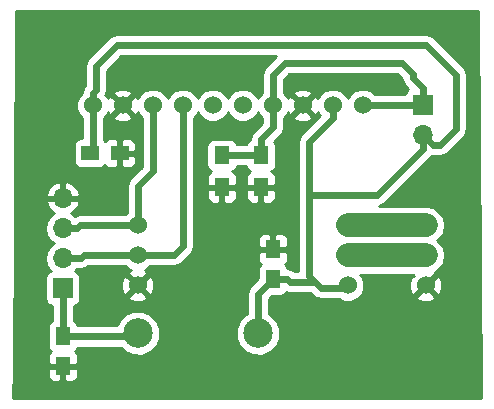
<source format=gbr>
G04 #@! TF.GenerationSoftware,KiCad,Pcbnew,(2017-06-12 revision 8590a2299)-makepkg*
G04 #@! TF.CreationDate,2017-07-02T14:06:08+02:00*
G04 #@! TF.ProjectId,sensor board,73656E736F7220626F6172642E6B6963,rev?*
G04 #@! TF.FileFunction,Copper,L2,Bot,Signal*
G04 #@! TF.FilePolarity,Positive*
%FSLAX46Y46*%
G04 Gerber Fmt 4.6, Leading zero omitted, Abs format (unit mm)*
G04 Created by KiCad (PCBNEW (2017-06-12 revision 8590a2299)-makepkg) date 07/02/17 14:06:08*
%MOMM*%
%LPD*%
G01*
G04 APERTURE LIST*
%ADD10C,0.100000*%
%ADD11C,1.524000*%
%ADD12C,2.499360*%
%ADD13R,1.250000X1.500000*%
%ADD14R,1.500000X1.250000*%
%ADD15O,1.700000X1.700000*%
%ADD16R,1.700000X1.700000*%
%ADD17R,1.300000X1.500000*%
%ADD18C,0.600000*%
%ADD19C,2.000000*%
%ADD20C,0.254000*%
G04 APERTURE END LIST*
D10*
D11*
X6858000Y24892000D03*
X9398000Y24892000D03*
X11938000Y24892000D03*
X14478000Y24892000D03*
X17018000Y24892000D03*
X19558000Y24892000D03*
X22098000Y24892000D03*
X24638000Y24892000D03*
X27178000Y24892000D03*
X29718000Y24892000D03*
D12*
X10668000Y5588000D03*
X20828000Y5588000D03*
D13*
X4318000Y2814000D03*
X4318000Y5314000D03*
D14*
X6624000Y20828000D03*
X9124000Y20828000D03*
D13*
X22098000Y12680000D03*
X22098000Y10180000D03*
D15*
X4318000Y17018000D03*
X4318000Y14478000D03*
X4318000Y11938000D03*
D16*
X4318000Y9398000D03*
D15*
X34798000Y22352000D03*
D16*
X34798000Y24892000D03*
D17*
X17780000Y20654000D03*
X17780000Y17954000D03*
X21082000Y17954000D03*
X21082000Y20654000D03*
D11*
X28448000Y14732000D03*
X28448000Y12192000D03*
X28448000Y9652000D03*
X10668000Y14732000D03*
X10668000Y12192000D03*
X10668000Y9652000D03*
X35052000Y14732000D03*
X35052000Y12192000D03*
X35052000Y9652000D03*
D18*
X6858000Y24892000D02*
X6858000Y25969630D01*
X6858000Y25969630D02*
X7112000Y26223630D01*
X7112000Y26223630D02*
X7112000Y28194000D01*
X7112000Y28194000D02*
X8890000Y29972000D01*
X36234001Y21502001D02*
X35647999Y21502001D01*
X8890000Y29972000D02*
X35052000Y29972000D01*
X35052000Y29972000D02*
X37592000Y27432000D01*
X37592000Y27432000D02*
X37592000Y22860000D01*
X37592000Y22860000D02*
X36234001Y21502001D01*
X35647999Y21502001D02*
X34798000Y22352000D01*
X6858000Y24892000D02*
X6858000Y21062000D01*
X6858000Y21062000D02*
X6624000Y20828000D01*
X25146000Y21782370D02*
X25146000Y17272000D01*
X25146000Y17272000D02*
X25146000Y10414000D01*
X34798000Y22352000D02*
X34798000Y21149919D01*
X34798000Y21149919D02*
X30920081Y17272000D01*
X30920081Y17272000D02*
X25146000Y17272000D01*
X25146000Y10414000D02*
X25654000Y9906000D01*
X25654000Y9906000D02*
X26162000Y9398000D01*
X22098000Y10180000D02*
X23323000Y10180000D01*
X23323000Y10180000D02*
X23597000Y9906000D01*
X23597000Y9906000D02*
X25654000Y9906000D01*
X20828000Y5588000D02*
X20828000Y8910000D01*
X20828000Y8910000D02*
X22098000Y10180000D01*
X4318000Y5314000D02*
X10394000Y5314000D01*
X10394000Y5314000D02*
X10668000Y5588000D01*
X26162000Y9398000D02*
X28194000Y9398000D01*
X27178000Y24892000D02*
X27178000Y23814370D01*
X27178000Y23814370D02*
X25146000Y21782370D01*
X28194000Y9398000D02*
X28448000Y9652000D01*
X4318000Y5314000D02*
X4318000Y9398000D01*
X5842000Y11938000D02*
X6096000Y12192000D01*
X6096000Y12192000D02*
X10668000Y12192000D01*
X4318000Y11938000D02*
X5842000Y11938000D01*
X10668000Y12192000D02*
X13716000Y12192000D01*
X13716000Y12192000D02*
X14478000Y12954000D01*
X14478000Y12954000D02*
X14478000Y24892000D01*
X5774081Y14732000D02*
X10668000Y14732000D01*
X4318000Y14478000D02*
X5520081Y14478000D01*
X5520081Y14478000D02*
X5774081Y14732000D01*
X11938000Y19304000D02*
X11938000Y24892000D01*
X10668000Y18034000D02*
X11938000Y19304000D01*
X10668000Y14732000D02*
X10668000Y18034000D01*
X21082000Y20654000D02*
X21082000Y22004000D01*
X21082000Y22004000D02*
X22098000Y23020000D01*
X22098000Y23020000D02*
X22098000Y24892000D01*
X17780000Y20654000D02*
X21082000Y20654000D01*
X29718000Y24892000D02*
X34798000Y24892000D01*
X23114000Y28448000D02*
X22098000Y27432000D01*
X22098000Y27432000D02*
X22098000Y24892000D01*
X33020000Y28448000D02*
X23114000Y28448000D01*
X33962000Y27506000D02*
X33020000Y28448000D01*
X33962000Y27178000D02*
X33962000Y27506000D01*
X34798000Y24892000D02*
X34798000Y26342000D01*
X34798000Y26342000D02*
X33962000Y27178000D01*
D19*
X28448000Y14732000D02*
X35052000Y14732000D01*
X28448000Y12192000D02*
X35052000Y12192000D01*
D20*
G36*
X39750020Y127000D02*
X127980Y127000D01*
X146451Y2528250D01*
X3058000Y2528250D01*
X3058000Y1937691D01*
X3154673Y1704302D01*
X3333301Y1525673D01*
X3566690Y1429000D01*
X4032250Y1429000D01*
X4191000Y1587750D01*
X4191000Y2687000D01*
X4445000Y2687000D01*
X4445000Y1587750D01*
X4603750Y1429000D01*
X5069310Y1429000D01*
X5302699Y1525673D01*
X5481327Y1704302D01*
X5578000Y1937691D01*
X5578000Y2528250D01*
X5419250Y2687000D01*
X4445000Y2687000D01*
X4191000Y2687000D01*
X3216750Y2687000D01*
X3058000Y2528250D01*
X146451Y2528250D01*
X238372Y14478000D01*
X2803907Y14478000D01*
X2916946Y13909715D01*
X3238853Y13427946D01*
X3568026Y13208000D01*
X3238853Y12988054D01*
X2916946Y12506285D01*
X2803907Y11938000D01*
X2916946Y11369715D01*
X3238853Y10887946D01*
X3282777Y10858597D01*
X3220235Y10846157D01*
X3010191Y10705809D01*
X2869843Y10495765D01*
X2820560Y10248000D01*
X2820560Y8548000D01*
X2869843Y8300235D01*
X3010191Y8090191D01*
X3220235Y7949843D01*
X3383000Y7917467D01*
X3383000Y6620573D01*
X3235191Y6521809D01*
X3094843Y6311765D01*
X3045560Y6064000D01*
X3045560Y4564000D01*
X3094843Y4316235D01*
X3235191Y4106191D01*
X3296320Y4065346D01*
X3154673Y3923698D01*
X3058000Y3690309D01*
X3058000Y3099750D01*
X3216750Y2941000D01*
X4191000Y2941000D01*
X4191000Y2961000D01*
X4445000Y2961000D01*
X4445000Y2941000D01*
X5419250Y2941000D01*
X5578000Y3099750D01*
X5578000Y3690309D01*
X5481327Y3923698D01*
X5339680Y4065346D01*
X5400809Y4106191D01*
X5541157Y4316235D01*
X5553642Y4379000D01*
X9211874Y4379000D01*
X9599021Y3991178D01*
X10291469Y3703648D01*
X11041241Y3702994D01*
X11734191Y3989314D01*
X12264822Y4519021D01*
X12552352Y5211469D01*
X12553006Y5961241D01*
X12266686Y6654191D01*
X11736979Y7184822D01*
X11044531Y7472352D01*
X10294759Y7473006D01*
X9601809Y7186686D01*
X9071178Y6656979D01*
X8901770Y6249000D01*
X5553642Y6249000D01*
X5541157Y6311765D01*
X5400809Y6521809D01*
X5253000Y6620573D01*
X5253000Y7917467D01*
X5415765Y7949843D01*
X5625809Y8090191D01*
X5766157Y8300235D01*
X5815440Y8548000D01*
X5815440Y8671787D01*
X9867392Y8671787D01*
X9936857Y8429603D01*
X10460302Y8242856D01*
X11015368Y8270638D01*
X11399143Y8429603D01*
X11468608Y8671787D01*
X10668000Y9472395D01*
X9867392Y8671787D01*
X5815440Y8671787D01*
X5815440Y9859698D01*
X9258856Y9859698D01*
X9286638Y9304632D01*
X9445603Y8920857D01*
X9687787Y8851392D01*
X10488395Y9652000D01*
X10847605Y9652000D01*
X11648213Y8851392D01*
X11890397Y8920857D01*
X12077144Y9444302D01*
X12049362Y9999368D01*
X11890397Y10383143D01*
X11648213Y10452608D01*
X10847605Y9652000D01*
X10488395Y9652000D01*
X9687787Y10452608D01*
X9445603Y10383143D01*
X9258856Y9859698D01*
X5815440Y9859698D01*
X5815440Y10248000D01*
X5766157Y10495765D01*
X5625809Y10705809D01*
X5415765Y10846157D01*
X5353223Y10858597D01*
X5397147Y10887946D01*
X5474023Y11003000D01*
X5842000Y11003000D01*
X6199809Y11074173D01*
X6473430Y11257000D01*
X9627435Y11257000D01*
X9875630Y11008371D01*
X10067727Y10928605D01*
X9936857Y10874397D01*
X9867392Y10632213D01*
X10668000Y9831605D01*
X11468608Y10632213D01*
X11399143Y10874397D01*
X11258682Y10924509D01*
X11458303Y11006990D01*
X11708750Y11257000D01*
X13716000Y11257000D01*
X14073809Y11328173D01*
X14377145Y11530855D01*
X15139145Y12292855D01*
X15341827Y12596191D01*
X15413000Y12954000D01*
X15413000Y13556309D01*
X20838000Y13556309D01*
X20838000Y12965750D01*
X20996750Y12807000D01*
X21971000Y12807000D01*
X21971000Y13906250D01*
X22225000Y13906250D01*
X22225000Y12807000D01*
X23199250Y12807000D01*
X23358000Y12965750D01*
X23358000Y13556309D01*
X23261327Y13789698D01*
X23082699Y13968327D01*
X22849310Y14065000D01*
X22383750Y14065000D01*
X22225000Y13906250D01*
X21971000Y13906250D01*
X21812250Y14065000D01*
X21346690Y14065000D01*
X21113301Y13968327D01*
X20934673Y13789698D01*
X20838000Y13556309D01*
X15413000Y13556309D01*
X15413000Y17668250D01*
X16495000Y17668250D01*
X16495000Y17077691D01*
X16591673Y16844302D01*
X16770301Y16665673D01*
X17003690Y16569000D01*
X17494250Y16569000D01*
X17653000Y16727750D01*
X17653000Y17827000D01*
X17907000Y17827000D01*
X17907000Y16727750D01*
X18065750Y16569000D01*
X18556310Y16569000D01*
X18789699Y16665673D01*
X18968327Y16844302D01*
X19065000Y17077691D01*
X19065000Y17668250D01*
X19797000Y17668250D01*
X19797000Y17077691D01*
X19893673Y16844302D01*
X20072301Y16665673D01*
X20305690Y16569000D01*
X20796250Y16569000D01*
X20955000Y16727750D01*
X20955000Y17827000D01*
X21209000Y17827000D01*
X21209000Y16727750D01*
X21367750Y16569000D01*
X21858310Y16569000D01*
X22091699Y16665673D01*
X22270327Y16844302D01*
X22367000Y17077691D01*
X22367000Y17668250D01*
X22208250Y17827000D01*
X21209000Y17827000D01*
X20955000Y17827000D01*
X19955750Y17827000D01*
X19797000Y17668250D01*
X19065000Y17668250D01*
X18906250Y17827000D01*
X17907000Y17827000D01*
X17653000Y17827000D01*
X16653750Y17827000D01*
X16495000Y17668250D01*
X15413000Y17668250D01*
X15413000Y23851435D01*
X15661629Y24099630D01*
X15747949Y24307512D01*
X15832990Y24101697D01*
X16225630Y23708371D01*
X16738900Y23495243D01*
X17294661Y23494758D01*
X17808303Y23706990D01*
X18201629Y24099630D01*
X18287949Y24307512D01*
X18372990Y24101697D01*
X18765630Y23708371D01*
X19278900Y23495243D01*
X19834661Y23494758D01*
X20348303Y23706990D01*
X20741629Y24099630D01*
X20827949Y24307512D01*
X20912990Y24101697D01*
X21163000Y23851250D01*
X21163000Y23407290D01*
X20420855Y22665145D01*
X20218173Y22361809D01*
X20147000Y22004000D01*
X20147000Y21977277D01*
X19974191Y21861809D01*
X19833843Y21651765D01*
X19821358Y21589000D01*
X19040642Y21589000D01*
X19028157Y21651765D01*
X18887809Y21861809D01*
X18677765Y22002157D01*
X18430000Y22051440D01*
X17130000Y22051440D01*
X16882235Y22002157D01*
X16672191Y21861809D01*
X16531843Y21651765D01*
X16482560Y21404000D01*
X16482560Y19904000D01*
X16531843Y19656235D01*
X16672191Y19446191D01*
X16882235Y19305843D01*
X16910209Y19300279D01*
X16770301Y19242327D01*
X16591673Y19063698D01*
X16495000Y18830309D01*
X16495000Y18239750D01*
X16653750Y18081000D01*
X17653000Y18081000D01*
X17653000Y18101000D01*
X17907000Y18101000D01*
X17907000Y18081000D01*
X18906250Y18081000D01*
X19065000Y18239750D01*
X19065000Y18830309D01*
X18968327Y19063698D01*
X18789699Y19242327D01*
X18649791Y19300279D01*
X18677765Y19305843D01*
X18887809Y19446191D01*
X19028157Y19656235D01*
X19040642Y19719000D01*
X19821358Y19719000D01*
X19833843Y19656235D01*
X19974191Y19446191D01*
X20184235Y19305843D01*
X20212209Y19300279D01*
X20072301Y19242327D01*
X19893673Y19063698D01*
X19797000Y18830309D01*
X19797000Y18239750D01*
X19955750Y18081000D01*
X20955000Y18081000D01*
X20955000Y18101000D01*
X21209000Y18101000D01*
X21209000Y18081000D01*
X22208250Y18081000D01*
X22367000Y18239750D01*
X22367000Y18830309D01*
X22270327Y19063698D01*
X22091699Y19242327D01*
X21951791Y19300279D01*
X21979765Y19305843D01*
X22189809Y19446191D01*
X22330157Y19656235D01*
X22379440Y19904000D01*
X22379440Y21404000D01*
X22330157Y21651765D01*
X22218764Y21818474D01*
X22759145Y22358855D01*
X22961827Y22662191D01*
X23033000Y23020000D01*
X23033000Y23851435D01*
X23093457Y23911787D01*
X23837392Y23911787D01*
X23906857Y23669603D01*
X24430302Y23482856D01*
X24985368Y23510638D01*
X25369143Y23669603D01*
X25438608Y23911787D01*
X24638000Y24712395D01*
X23837392Y23911787D01*
X23093457Y23911787D01*
X23281629Y24099630D01*
X23361395Y24291727D01*
X23415603Y24160857D01*
X23657787Y24091392D01*
X24458395Y24892000D01*
X23657787Y25692608D01*
X23415603Y25623143D01*
X23365491Y25482682D01*
X23283010Y25682303D01*
X23093432Y25872213D01*
X23837392Y25872213D01*
X24638000Y25071605D01*
X25438608Y25872213D01*
X25369143Y26114397D01*
X24845698Y26301144D01*
X24290632Y26273362D01*
X23906857Y26114397D01*
X23837392Y25872213D01*
X23093432Y25872213D01*
X23033000Y25932750D01*
X23033000Y27044710D01*
X23501290Y27513000D01*
X32632710Y27513000D01*
X33041722Y27103988D01*
X33098173Y26820191D01*
X33300855Y26516855D01*
X33566747Y26250963D01*
X33490191Y26199809D01*
X33349843Y25989765D01*
X33317467Y25827000D01*
X30758565Y25827000D01*
X30510370Y26075629D01*
X29997100Y26288757D01*
X29441339Y26289242D01*
X28927697Y26077010D01*
X28534371Y25684370D01*
X28448051Y25476488D01*
X28363010Y25682303D01*
X27970370Y26075629D01*
X27457100Y26288757D01*
X26901339Y26289242D01*
X26387697Y26077010D01*
X25994371Y25684370D01*
X25914605Y25492273D01*
X25860397Y25623143D01*
X25618213Y25692608D01*
X24817605Y24892000D01*
X25618213Y24091392D01*
X25860397Y24160857D01*
X25910509Y24301318D01*
X25992990Y24101697D01*
X26067948Y24026608D01*
X24484855Y22443515D01*
X24282173Y22140179D01*
X24211000Y21782370D01*
X24211000Y10841000D01*
X23984290Y10841000D01*
X23984145Y10841145D01*
X23680809Y11043827D01*
X23334080Y11112796D01*
X23321157Y11177765D01*
X23180809Y11387809D01*
X23119680Y11428654D01*
X23261327Y11570302D01*
X23358000Y11803691D01*
X23358000Y12394250D01*
X23199250Y12553000D01*
X22225000Y12553000D01*
X22225000Y12533000D01*
X21971000Y12533000D01*
X21971000Y12553000D01*
X20996750Y12553000D01*
X20838000Y12394250D01*
X20838000Y11803691D01*
X20934673Y11570302D01*
X21076320Y11428654D01*
X21015191Y11387809D01*
X20874843Y11177765D01*
X20825560Y10930000D01*
X20825560Y10229850D01*
X20166855Y9571145D01*
X19964173Y9267809D01*
X19893000Y8910000D01*
X19893000Y7240893D01*
X19761809Y7186686D01*
X19231178Y6656979D01*
X18943648Y5964531D01*
X18942994Y5214759D01*
X19229314Y4521809D01*
X19759021Y3991178D01*
X20451469Y3703648D01*
X21201241Y3702994D01*
X21894191Y3989314D01*
X22424822Y4519021D01*
X22712352Y5211469D01*
X22713006Y5961241D01*
X22426686Y6654191D01*
X21896979Y7184822D01*
X21763000Y7240455D01*
X21763000Y8522710D01*
X22022850Y8782560D01*
X22723000Y8782560D01*
X22970765Y8831843D01*
X23180809Y8972191D01*
X23231157Y9047541D01*
X23239191Y9042173D01*
X23298556Y9030364D01*
X23597000Y8970999D01*
X23597005Y8971000D01*
X25266711Y8971000D01*
X25500853Y8736858D01*
X25500855Y8736855D01*
X25777225Y8552191D01*
X25804191Y8534173D01*
X26162000Y8463000D01*
X27668565Y8463000D01*
X28168900Y8255243D01*
X28724661Y8254758D01*
X29238303Y8466990D01*
X29443457Y8671787D01*
X34251392Y8671787D01*
X34320857Y8429603D01*
X34844302Y8242856D01*
X35399368Y8270638D01*
X35783143Y8429603D01*
X35852608Y8671787D01*
X35052000Y9472395D01*
X34251392Y8671787D01*
X29443457Y8671787D01*
X29631629Y8859630D01*
X29844757Y9372900D01*
X29845242Y9928661D01*
X29633010Y10442303D01*
X29518513Y10557000D01*
X33967392Y10557000D01*
X34071785Y10452607D01*
X33829603Y10383143D01*
X33642856Y9859698D01*
X33670638Y9304632D01*
X33829603Y8920857D01*
X34071787Y8851392D01*
X34872395Y9652000D01*
X35231605Y9652000D01*
X36032213Y8851392D01*
X36274397Y8920857D01*
X36461144Y9444302D01*
X36433362Y9999368D01*
X36274397Y10383143D01*
X36032213Y10452608D01*
X35231605Y9652000D01*
X34872395Y9652000D01*
X34858253Y9666142D01*
X35037858Y9845747D01*
X35052000Y9831605D01*
X35852608Y10632213D01*
X35812623Y10771618D01*
X36208120Y11035880D01*
X36562543Y11566313D01*
X36687000Y12192000D01*
X36562543Y12817687D01*
X36208120Y13348120D01*
X36037686Y13462000D01*
X36208120Y13575880D01*
X36562543Y14106313D01*
X36687000Y14732000D01*
X36562543Y15357687D01*
X36208120Y15888120D01*
X35677687Y16242543D01*
X35052000Y16367000D01*
X31070900Y16367000D01*
X31277890Y16408173D01*
X31581226Y16610855D01*
X35459145Y20488774D01*
X35527438Y20590982D01*
X35647999Y20567001D01*
X36234001Y20567001D01*
X36591810Y20638174D01*
X36895146Y20840856D01*
X38253145Y22198855D01*
X38364712Y22365828D01*
X38455827Y22502191D01*
X38497125Y22709809D01*
X38527001Y22860000D01*
X38527000Y22860005D01*
X38527000Y27432000D01*
X38455827Y27789809D01*
X38253145Y28093145D01*
X35713145Y30633145D01*
X35409809Y30835827D01*
X35052000Y30907000D01*
X8890000Y30907000D01*
X8532191Y30835827D01*
X8228855Y30633145D01*
X6450855Y28855145D01*
X6248173Y28551809D01*
X6177000Y28194000D01*
X6177000Y26601060D01*
X5994173Y26327439D01*
X5923000Y25969630D01*
X5923000Y25932565D01*
X5674371Y25684370D01*
X5461243Y25171100D01*
X5460758Y24615339D01*
X5672990Y24101697D01*
X5923000Y23851250D01*
X5923000Y22100440D01*
X5874000Y22100440D01*
X5626235Y22051157D01*
X5416191Y21910809D01*
X5275843Y21700765D01*
X5226560Y21453000D01*
X5226560Y20203000D01*
X5275843Y19955235D01*
X5416191Y19745191D01*
X5626235Y19604843D01*
X5874000Y19555560D01*
X7374000Y19555560D01*
X7621765Y19604843D01*
X7831809Y19745191D01*
X7872654Y19806320D01*
X8014302Y19664673D01*
X8247691Y19568000D01*
X8838250Y19568000D01*
X8997000Y19726750D01*
X8997000Y20701000D01*
X9251000Y20701000D01*
X9251000Y19726750D01*
X9409750Y19568000D01*
X10000309Y19568000D01*
X10233698Y19664673D01*
X10412327Y19843301D01*
X10509000Y20076690D01*
X10509000Y20542250D01*
X10350250Y20701000D01*
X9251000Y20701000D01*
X8997000Y20701000D01*
X8977000Y20701000D01*
X8977000Y20955000D01*
X8997000Y20955000D01*
X8997000Y21929250D01*
X9251000Y21929250D01*
X9251000Y20955000D01*
X10350250Y20955000D01*
X10509000Y21113750D01*
X10509000Y21579310D01*
X10412327Y21812699D01*
X10233698Y21991327D01*
X10000309Y22088000D01*
X9409750Y22088000D01*
X9251000Y21929250D01*
X8997000Y21929250D01*
X8838250Y22088000D01*
X8247691Y22088000D01*
X8014302Y21991327D01*
X7872654Y21849680D01*
X7831809Y21910809D01*
X7793000Y21936741D01*
X7793000Y23851435D01*
X7853457Y23911787D01*
X8597392Y23911787D01*
X8666857Y23669603D01*
X9190302Y23482856D01*
X9745368Y23510638D01*
X10129143Y23669603D01*
X10198608Y23911787D01*
X9398000Y24712395D01*
X8597392Y23911787D01*
X7853457Y23911787D01*
X8041629Y24099630D01*
X8121395Y24291727D01*
X8175603Y24160857D01*
X8417787Y24091392D01*
X9218395Y24892000D01*
X8417787Y25692608D01*
X8175603Y25623143D01*
X8125491Y25482682D01*
X8043010Y25682303D01*
X7929309Y25796202D01*
X7975827Y25865821D01*
X7977098Y25872213D01*
X8597392Y25872213D01*
X9398000Y25071605D01*
X10198608Y25872213D01*
X10129143Y26114397D01*
X9605698Y26301144D01*
X9050632Y26273362D01*
X8666857Y26114397D01*
X8597392Y25872213D01*
X7977098Y25872213D01*
X8047000Y26223630D01*
X8047000Y27806710D01*
X9277290Y29037000D01*
X22380710Y29037000D01*
X21436855Y28093145D01*
X21234173Y27789809D01*
X21163000Y27432000D01*
X21163000Y25932565D01*
X20914371Y25684370D01*
X20828051Y25476488D01*
X20743010Y25682303D01*
X20350370Y26075629D01*
X19837100Y26288757D01*
X19281339Y26289242D01*
X18767697Y26077010D01*
X18374371Y25684370D01*
X18288051Y25476488D01*
X18203010Y25682303D01*
X17810370Y26075629D01*
X17297100Y26288757D01*
X16741339Y26289242D01*
X16227697Y26077010D01*
X15834371Y25684370D01*
X15748051Y25476488D01*
X15663010Y25682303D01*
X15270370Y26075629D01*
X14757100Y26288757D01*
X14201339Y26289242D01*
X13687697Y26077010D01*
X13294371Y25684370D01*
X13208051Y25476488D01*
X13123010Y25682303D01*
X12730370Y26075629D01*
X12217100Y26288757D01*
X11661339Y26289242D01*
X11147697Y26077010D01*
X10754371Y25684370D01*
X10674605Y25492273D01*
X10620397Y25623143D01*
X10378213Y25692608D01*
X9577605Y24892000D01*
X10378213Y24091392D01*
X10620397Y24160857D01*
X10670509Y24301318D01*
X10752990Y24101697D01*
X11003000Y23851250D01*
X11003000Y19691290D01*
X10006855Y18695145D01*
X9804173Y18391809D01*
X9733000Y18034000D01*
X9733000Y15772565D01*
X9627250Y15667000D01*
X5774081Y15667000D01*
X5416272Y15595827D01*
X5355995Y15555551D01*
X5056447Y15755702D01*
X5199358Y15822817D01*
X5589645Y16251076D01*
X5759476Y16661110D01*
X5638155Y16891000D01*
X4445000Y16891000D01*
X4445000Y16871000D01*
X4191000Y16871000D01*
X4191000Y16891000D01*
X2997845Y16891000D01*
X2876524Y16661110D01*
X3046355Y16251076D01*
X3436642Y15822817D01*
X3579553Y15755702D01*
X3238853Y15528054D01*
X2916946Y15046285D01*
X2803907Y14478000D01*
X238372Y14478000D01*
X260655Y17374890D01*
X2876524Y17374890D01*
X2997845Y17145000D01*
X4191000Y17145000D01*
X4191000Y18338819D01*
X4445000Y18338819D01*
X4445000Y17145000D01*
X5638155Y17145000D01*
X5759476Y17374890D01*
X5589645Y17784924D01*
X5199358Y18213183D01*
X4674892Y18459486D01*
X4445000Y18338819D01*
X4191000Y18338819D01*
X3961108Y18459486D01*
X3436642Y18213183D01*
X3046355Y17784924D01*
X2876524Y17374890D01*
X260655Y17374890D01*
X380027Y32893000D01*
X39497973Y32893000D01*
X39750020Y127000D01*
X39750020Y127000D01*
G37*
X39750020Y127000D02*
X127980Y127000D01*
X146451Y2528250D01*
X3058000Y2528250D01*
X3058000Y1937691D01*
X3154673Y1704302D01*
X3333301Y1525673D01*
X3566690Y1429000D01*
X4032250Y1429000D01*
X4191000Y1587750D01*
X4191000Y2687000D01*
X4445000Y2687000D01*
X4445000Y1587750D01*
X4603750Y1429000D01*
X5069310Y1429000D01*
X5302699Y1525673D01*
X5481327Y1704302D01*
X5578000Y1937691D01*
X5578000Y2528250D01*
X5419250Y2687000D01*
X4445000Y2687000D01*
X4191000Y2687000D01*
X3216750Y2687000D01*
X3058000Y2528250D01*
X146451Y2528250D01*
X238372Y14478000D01*
X2803907Y14478000D01*
X2916946Y13909715D01*
X3238853Y13427946D01*
X3568026Y13208000D01*
X3238853Y12988054D01*
X2916946Y12506285D01*
X2803907Y11938000D01*
X2916946Y11369715D01*
X3238853Y10887946D01*
X3282777Y10858597D01*
X3220235Y10846157D01*
X3010191Y10705809D01*
X2869843Y10495765D01*
X2820560Y10248000D01*
X2820560Y8548000D01*
X2869843Y8300235D01*
X3010191Y8090191D01*
X3220235Y7949843D01*
X3383000Y7917467D01*
X3383000Y6620573D01*
X3235191Y6521809D01*
X3094843Y6311765D01*
X3045560Y6064000D01*
X3045560Y4564000D01*
X3094843Y4316235D01*
X3235191Y4106191D01*
X3296320Y4065346D01*
X3154673Y3923698D01*
X3058000Y3690309D01*
X3058000Y3099750D01*
X3216750Y2941000D01*
X4191000Y2941000D01*
X4191000Y2961000D01*
X4445000Y2961000D01*
X4445000Y2941000D01*
X5419250Y2941000D01*
X5578000Y3099750D01*
X5578000Y3690309D01*
X5481327Y3923698D01*
X5339680Y4065346D01*
X5400809Y4106191D01*
X5541157Y4316235D01*
X5553642Y4379000D01*
X9211874Y4379000D01*
X9599021Y3991178D01*
X10291469Y3703648D01*
X11041241Y3702994D01*
X11734191Y3989314D01*
X12264822Y4519021D01*
X12552352Y5211469D01*
X12553006Y5961241D01*
X12266686Y6654191D01*
X11736979Y7184822D01*
X11044531Y7472352D01*
X10294759Y7473006D01*
X9601809Y7186686D01*
X9071178Y6656979D01*
X8901770Y6249000D01*
X5553642Y6249000D01*
X5541157Y6311765D01*
X5400809Y6521809D01*
X5253000Y6620573D01*
X5253000Y7917467D01*
X5415765Y7949843D01*
X5625809Y8090191D01*
X5766157Y8300235D01*
X5815440Y8548000D01*
X5815440Y8671787D01*
X9867392Y8671787D01*
X9936857Y8429603D01*
X10460302Y8242856D01*
X11015368Y8270638D01*
X11399143Y8429603D01*
X11468608Y8671787D01*
X10668000Y9472395D01*
X9867392Y8671787D01*
X5815440Y8671787D01*
X5815440Y9859698D01*
X9258856Y9859698D01*
X9286638Y9304632D01*
X9445603Y8920857D01*
X9687787Y8851392D01*
X10488395Y9652000D01*
X10847605Y9652000D01*
X11648213Y8851392D01*
X11890397Y8920857D01*
X12077144Y9444302D01*
X12049362Y9999368D01*
X11890397Y10383143D01*
X11648213Y10452608D01*
X10847605Y9652000D01*
X10488395Y9652000D01*
X9687787Y10452608D01*
X9445603Y10383143D01*
X9258856Y9859698D01*
X5815440Y9859698D01*
X5815440Y10248000D01*
X5766157Y10495765D01*
X5625809Y10705809D01*
X5415765Y10846157D01*
X5353223Y10858597D01*
X5397147Y10887946D01*
X5474023Y11003000D01*
X5842000Y11003000D01*
X6199809Y11074173D01*
X6473430Y11257000D01*
X9627435Y11257000D01*
X9875630Y11008371D01*
X10067727Y10928605D01*
X9936857Y10874397D01*
X9867392Y10632213D01*
X10668000Y9831605D01*
X11468608Y10632213D01*
X11399143Y10874397D01*
X11258682Y10924509D01*
X11458303Y11006990D01*
X11708750Y11257000D01*
X13716000Y11257000D01*
X14073809Y11328173D01*
X14377145Y11530855D01*
X15139145Y12292855D01*
X15341827Y12596191D01*
X15413000Y12954000D01*
X15413000Y13556309D01*
X20838000Y13556309D01*
X20838000Y12965750D01*
X20996750Y12807000D01*
X21971000Y12807000D01*
X21971000Y13906250D01*
X22225000Y13906250D01*
X22225000Y12807000D01*
X23199250Y12807000D01*
X23358000Y12965750D01*
X23358000Y13556309D01*
X23261327Y13789698D01*
X23082699Y13968327D01*
X22849310Y14065000D01*
X22383750Y14065000D01*
X22225000Y13906250D01*
X21971000Y13906250D01*
X21812250Y14065000D01*
X21346690Y14065000D01*
X21113301Y13968327D01*
X20934673Y13789698D01*
X20838000Y13556309D01*
X15413000Y13556309D01*
X15413000Y17668250D01*
X16495000Y17668250D01*
X16495000Y17077691D01*
X16591673Y16844302D01*
X16770301Y16665673D01*
X17003690Y16569000D01*
X17494250Y16569000D01*
X17653000Y16727750D01*
X17653000Y17827000D01*
X17907000Y17827000D01*
X17907000Y16727750D01*
X18065750Y16569000D01*
X18556310Y16569000D01*
X18789699Y16665673D01*
X18968327Y16844302D01*
X19065000Y17077691D01*
X19065000Y17668250D01*
X19797000Y17668250D01*
X19797000Y17077691D01*
X19893673Y16844302D01*
X20072301Y16665673D01*
X20305690Y16569000D01*
X20796250Y16569000D01*
X20955000Y16727750D01*
X20955000Y17827000D01*
X21209000Y17827000D01*
X21209000Y16727750D01*
X21367750Y16569000D01*
X21858310Y16569000D01*
X22091699Y16665673D01*
X22270327Y16844302D01*
X22367000Y17077691D01*
X22367000Y17668250D01*
X22208250Y17827000D01*
X21209000Y17827000D01*
X20955000Y17827000D01*
X19955750Y17827000D01*
X19797000Y17668250D01*
X19065000Y17668250D01*
X18906250Y17827000D01*
X17907000Y17827000D01*
X17653000Y17827000D01*
X16653750Y17827000D01*
X16495000Y17668250D01*
X15413000Y17668250D01*
X15413000Y23851435D01*
X15661629Y24099630D01*
X15747949Y24307512D01*
X15832990Y24101697D01*
X16225630Y23708371D01*
X16738900Y23495243D01*
X17294661Y23494758D01*
X17808303Y23706990D01*
X18201629Y24099630D01*
X18287949Y24307512D01*
X18372990Y24101697D01*
X18765630Y23708371D01*
X19278900Y23495243D01*
X19834661Y23494758D01*
X20348303Y23706990D01*
X20741629Y24099630D01*
X20827949Y24307512D01*
X20912990Y24101697D01*
X21163000Y23851250D01*
X21163000Y23407290D01*
X20420855Y22665145D01*
X20218173Y22361809D01*
X20147000Y22004000D01*
X20147000Y21977277D01*
X19974191Y21861809D01*
X19833843Y21651765D01*
X19821358Y21589000D01*
X19040642Y21589000D01*
X19028157Y21651765D01*
X18887809Y21861809D01*
X18677765Y22002157D01*
X18430000Y22051440D01*
X17130000Y22051440D01*
X16882235Y22002157D01*
X16672191Y21861809D01*
X16531843Y21651765D01*
X16482560Y21404000D01*
X16482560Y19904000D01*
X16531843Y19656235D01*
X16672191Y19446191D01*
X16882235Y19305843D01*
X16910209Y19300279D01*
X16770301Y19242327D01*
X16591673Y19063698D01*
X16495000Y18830309D01*
X16495000Y18239750D01*
X16653750Y18081000D01*
X17653000Y18081000D01*
X17653000Y18101000D01*
X17907000Y18101000D01*
X17907000Y18081000D01*
X18906250Y18081000D01*
X19065000Y18239750D01*
X19065000Y18830309D01*
X18968327Y19063698D01*
X18789699Y19242327D01*
X18649791Y19300279D01*
X18677765Y19305843D01*
X18887809Y19446191D01*
X19028157Y19656235D01*
X19040642Y19719000D01*
X19821358Y19719000D01*
X19833843Y19656235D01*
X19974191Y19446191D01*
X20184235Y19305843D01*
X20212209Y19300279D01*
X20072301Y19242327D01*
X19893673Y19063698D01*
X19797000Y18830309D01*
X19797000Y18239750D01*
X19955750Y18081000D01*
X20955000Y18081000D01*
X20955000Y18101000D01*
X21209000Y18101000D01*
X21209000Y18081000D01*
X22208250Y18081000D01*
X22367000Y18239750D01*
X22367000Y18830309D01*
X22270327Y19063698D01*
X22091699Y19242327D01*
X21951791Y19300279D01*
X21979765Y19305843D01*
X22189809Y19446191D01*
X22330157Y19656235D01*
X22379440Y19904000D01*
X22379440Y21404000D01*
X22330157Y21651765D01*
X22218764Y21818474D01*
X22759145Y22358855D01*
X22961827Y22662191D01*
X23033000Y23020000D01*
X23033000Y23851435D01*
X23093457Y23911787D01*
X23837392Y23911787D01*
X23906857Y23669603D01*
X24430302Y23482856D01*
X24985368Y23510638D01*
X25369143Y23669603D01*
X25438608Y23911787D01*
X24638000Y24712395D01*
X23837392Y23911787D01*
X23093457Y23911787D01*
X23281629Y24099630D01*
X23361395Y24291727D01*
X23415603Y24160857D01*
X23657787Y24091392D01*
X24458395Y24892000D01*
X23657787Y25692608D01*
X23415603Y25623143D01*
X23365491Y25482682D01*
X23283010Y25682303D01*
X23093432Y25872213D01*
X23837392Y25872213D01*
X24638000Y25071605D01*
X25438608Y25872213D01*
X25369143Y26114397D01*
X24845698Y26301144D01*
X24290632Y26273362D01*
X23906857Y26114397D01*
X23837392Y25872213D01*
X23093432Y25872213D01*
X23033000Y25932750D01*
X23033000Y27044710D01*
X23501290Y27513000D01*
X32632710Y27513000D01*
X33041722Y27103988D01*
X33098173Y26820191D01*
X33300855Y26516855D01*
X33566747Y26250963D01*
X33490191Y26199809D01*
X33349843Y25989765D01*
X33317467Y25827000D01*
X30758565Y25827000D01*
X30510370Y26075629D01*
X29997100Y26288757D01*
X29441339Y26289242D01*
X28927697Y26077010D01*
X28534371Y25684370D01*
X28448051Y25476488D01*
X28363010Y25682303D01*
X27970370Y26075629D01*
X27457100Y26288757D01*
X26901339Y26289242D01*
X26387697Y26077010D01*
X25994371Y25684370D01*
X25914605Y25492273D01*
X25860397Y25623143D01*
X25618213Y25692608D01*
X24817605Y24892000D01*
X25618213Y24091392D01*
X25860397Y24160857D01*
X25910509Y24301318D01*
X25992990Y24101697D01*
X26067948Y24026608D01*
X24484855Y22443515D01*
X24282173Y22140179D01*
X24211000Y21782370D01*
X24211000Y10841000D01*
X23984290Y10841000D01*
X23984145Y10841145D01*
X23680809Y11043827D01*
X23334080Y11112796D01*
X23321157Y11177765D01*
X23180809Y11387809D01*
X23119680Y11428654D01*
X23261327Y11570302D01*
X23358000Y11803691D01*
X23358000Y12394250D01*
X23199250Y12553000D01*
X22225000Y12553000D01*
X22225000Y12533000D01*
X21971000Y12533000D01*
X21971000Y12553000D01*
X20996750Y12553000D01*
X20838000Y12394250D01*
X20838000Y11803691D01*
X20934673Y11570302D01*
X21076320Y11428654D01*
X21015191Y11387809D01*
X20874843Y11177765D01*
X20825560Y10930000D01*
X20825560Y10229850D01*
X20166855Y9571145D01*
X19964173Y9267809D01*
X19893000Y8910000D01*
X19893000Y7240893D01*
X19761809Y7186686D01*
X19231178Y6656979D01*
X18943648Y5964531D01*
X18942994Y5214759D01*
X19229314Y4521809D01*
X19759021Y3991178D01*
X20451469Y3703648D01*
X21201241Y3702994D01*
X21894191Y3989314D01*
X22424822Y4519021D01*
X22712352Y5211469D01*
X22713006Y5961241D01*
X22426686Y6654191D01*
X21896979Y7184822D01*
X21763000Y7240455D01*
X21763000Y8522710D01*
X22022850Y8782560D01*
X22723000Y8782560D01*
X22970765Y8831843D01*
X23180809Y8972191D01*
X23231157Y9047541D01*
X23239191Y9042173D01*
X23298556Y9030364D01*
X23597000Y8970999D01*
X23597005Y8971000D01*
X25266711Y8971000D01*
X25500853Y8736858D01*
X25500855Y8736855D01*
X25777225Y8552191D01*
X25804191Y8534173D01*
X26162000Y8463000D01*
X27668565Y8463000D01*
X28168900Y8255243D01*
X28724661Y8254758D01*
X29238303Y8466990D01*
X29443457Y8671787D01*
X34251392Y8671787D01*
X34320857Y8429603D01*
X34844302Y8242856D01*
X35399368Y8270638D01*
X35783143Y8429603D01*
X35852608Y8671787D01*
X35052000Y9472395D01*
X34251392Y8671787D01*
X29443457Y8671787D01*
X29631629Y8859630D01*
X29844757Y9372900D01*
X29845242Y9928661D01*
X29633010Y10442303D01*
X29518513Y10557000D01*
X33967392Y10557000D01*
X34071785Y10452607D01*
X33829603Y10383143D01*
X33642856Y9859698D01*
X33670638Y9304632D01*
X33829603Y8920857D01*
X34071787Y8851392D01*
X34872395Y9652000D01*
X35231605Y9652000D01*
X36032213Y8851392D01*
X36274397Y8920857D01*
X36461144Y9444302D01*
X36433362Y9999368D01*
X36274397Y10383143D01*
X36032213Y10452608D01*
X35231605Y9652000D01*
X34872395Y9652000D01*
X34858253Y9666142D01*
X35037858Y9845747D01*
X35052000Y9831605D01*
X35852608Y10632213D01*
X35812623Y10771618D01*
X36208120Y11035880D01*
X36562543Y11566313D01*
X36687000Y12192000D01*
X36562543Y12817687D01*
X36208120Y13348120D01*
X36037686Y13462000D01*
X36208120Y13575880D01*
X36562543Y14106313D01*
X36687000Y14732000D01*
X36562543Y15357687D01*
X36208120Y15888120D01*
X35677687Y16242543D01*
X35052000Y16367000D01*
X31070900Y16367000D01*
X31277890Y16408173D01*
X31581226Y16610855D01*
X35459145Y20488774D01*
X35527438Y20590982D01*
X35647999Y20567001D01*
X36234001Y20567001D01*
X36591810Y20638174D01*
X36895146Y20840856D01*
X38253145Y22198855D01*
X38364712Y22365828D01*
X38455827Y22502191D01*
X38497125Y22709809D01*
X38527001Y22860000D01*
X38527000Y22860005D01*
X38527000Y27432000D01*
X38455827Y27789809D01*
X38253145Y28093145D01*
X35713145Y30633145D01*
X35409809Y30835827D01*
X35052000Y30907000D01*
X8890000Y30907000D01*
X8532191Y30835827D01*
X8228855Y30633145D01*
X6450855Y28855145D01*
X6248173Y28551809D01*
X6177000Y28194000D01*
X6177000Y26601060D01*
X5994173Y26327439D01*
X5923000Y25969630D01*
X5923000Y25932565D01*
X5674371Y25684370D01*
X5461243Y25171100D01*
X5460758Y24615339D01*
X5672990Y24101697D01*
X5923000Y23851250D01*
X5923000Y22100440D01*
X5874000Y22100440D01*
X5626235Y22051157D01*
X5416191Y21910809D01*
X5275843Y21700765D01*
X5226560Y21453000D01*
X5226560Y20203000D01*
X5275843Y19955235D01*
X5416191Y19745191D01*
X5626235Y19604843D01*
X5874000Y19555560D01*
X7374000Y19555560D01*
X7621765Y19604843D01*
X7831809Y19745191D01*
X7872654Y19806320D01*
X8014302Y19664673D01*
X8247691Y19568000D01*
X8838250Y19568000D01*
X8997000Y19726750D01*
X8997000Y20701000D01*
X9251000Y20701000D01*
X9251000Y19726750D01*
X9409750Y19568000D01*
X10000309Y19568000D01*
X10233698Y19664673D01*
X10412327Y19843301D01*
X10509000Y20076690D01*
X10509000Y20542250D01*
X10350250Y20701000D01*
X9251000Y20701000D01*
X8997000Y20701000D01*
X8977000Y20701000D01*
X8977000Y20955000D01*
X8997000Y20955000D01*
X8997000Y21929250D01*
X9251000Y21929250D01*
X9251000Y20955000D01*
X10350250Y20955000D01*
X10509000Y21113750D01*
X10509000Y21579310D01*
X10412327Y21812699D01*
X10233698Y21991327D01*
X10000309Y22088000D01*
X9409750Y22088000D01*
X9251000Y21929250D01*
X8997000Y21929250D01*
X8838250Y22088000D01*
X8247691Y22088000D01*
X8014302Y21991327D01*
X7872654Y21849680D01*
X7831809Y21910809D01*
X7793000Y21936741D01*
X7793000Y23851435D01*
X7853457Y23911787D01*
X8597392Y23911787D01*
X8666857Y23669603D01*
X9190302Y23482856D01*
X9745368Y23510638D01*
X10129143Y23669603D01*
X10198608Y23911787D01*
X9398000Y24712395D01*
X8597392Y23911787D01*
X7853457Y23911787D01*
X8041629Y24099630D01*
X8121395Y24291727D01*
X8175603Y24160857D01*
X8417787Y24091392D01*
X9218395Y24892000D01*
X8417787Y25692608D01*
X8175603Y25623143D01*
X8125491Y25482682D01*
X8043010Y25682303D01*
X7929309Y25796202D01*
X7975827Y25865821D01*
X7977098Y25872213D01*
X8597392Y25872213D01*
X9398000Y25071605D01*
X10198608Y25872213D01*
X10129143Y26114397D01*
X9605698Y26301144D01*
X9050632Y26273362D01*
X8666857Y26114397D01*
X8597392Y25872213D01*
X7977098Y25872213D01*
X8047000Y26223630D01*
X8047000Y27806710D01*
X9277290Y29037000D01*
X22380710Y29037000D01*
X21436855Y28093145D01*
X21234173Y27789809D01*
X21163000Y27432000D01*
X21163000Y25932565D01*
X20914371Y25684370D01*
X20828051Y25476488D01*
X20743010Y25682303D01*
X20350370Y26075629D01*
X19837100Y26288757D01*
X19281339Y26289242D01*
X18767697Y26077010D01*
X18374371Y25684370D01*
X18288051Y25476488D01*
X18203010Y25682303D01*
X17810370Y26075629D01*
X17297100Y26288757D01*
X16741339Y26289242D01*
X16227697Y26077010D01*
X15834371Y25684370D01*
X15748051Y25476488D01*
X15663010Y25682303D01*
X15270370Y26075629D01*
X14757100Y26288757D01*
X14201339Y26289242D01*
X13687697Y26077010D01*
X13294371Y25684370D01*
X13208051Y25476488D01*
X13123010Y25682303D01*
X12730370Y26075629D01*
X12217100Y26288757D01*
X11661339Y26289242D01*
X11147697Y26077010D01*
X10754371Y25684370D01*
X10674605Y25492273D01*
X10620397Y25623143D01*
X10378213Y25692608D01*
X9577605Y24892000D01*
X10378213Y24091392D01*
X10620397Y24160857D01*
X10670509Y24301318D01*
X10752990Y24101697D01*
X11003000Y23851250D01*
X11003000Y19691290D01*
X10006855Y18695145D01*
X9804173Y18391809D01*
X9733000Y18034000D01*
X9733000Y15772565D01*
X9627250Y15667000D01*
X5774081Y15667000D01*
X5416272Y15595827D01*
X5355995Y15555551D01*
X5056447Y15755702D01*
X5199358Y15822817D01*
X5589645Y16251076D01*
X5759476Y16661110D01*
X5638155Y16891000D01*
X4445000Y16891000D01*
X4445000Y16871000D01*
X4191000Y16871000D01*
X4191000Y16891000D01*
X2997845Y16891000D01*
X2876524Y16661110D01*
X3046355Y16251076D01*
X3436642Y15822817D01*
X3579553Y15755702D01*
X3238853Y15528054D01*
X2916946Y15046285D01*
X2803907Y14478000D01*
X238372Y14478000D01*
X260655Y17374890D01*
X2876524Y17374890D01*
X2997845Y17145000D01*
X4191000Y17145000D01*
X4191000Y18338819D01*
X4445000Y18338819D01*
X4445000Y17145000D01*
X5638155Y17145000D01*
X5759476Y17374890D01*
X5589645Y17784924D01*
X5199358Y18213183D01*
X4674892Y18459486D01*
X4445000Y18338819D01*
X4191000Y18338819D01*
X3961108Y18459486D01*
X3436642Y18213183D01*
X3046355Y17784924D01*
X2876524Y17374890D01*
X260655Y17374890D01*
X380027Y32893000D01*
X39497973Y32893000D01*
X39750020Y127000D01*
M02*

</source>
